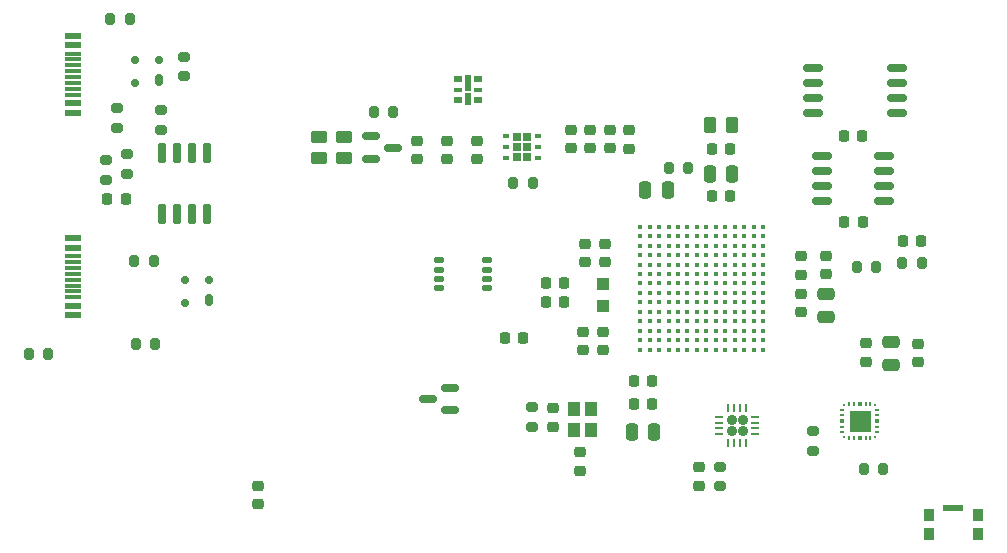
<source format=gbr>
%TF.GenerationSoftware,KiCad,Pcbnew,9.0.0*%
%TF.CreationDate,2025-04-18T01:08:42+10:00*%
%TF.ProjectId,Teensy_4.1_attempt_1,5465656e-7379-45f3-942e-315f61747465,rev?*%
%TF.SameCoordinates,Original*%
%TF.FileFunction,Paste,Top*%
%TF.FilePolarity,Positive*%
%FSLAX46Y46*%
G04 Gerber Fmt 4.6, Leading zero omitted, Abs format (unit mm)*
G04 Created by KiCad (PCBNEW 9.0.0) date 2025-04-18 01:08:42*
%MOMM*%
%LPD*%
G01*
G04 APERTURE LIST*
G04 Aperture macros list*
%AMRoundRect*
0 Rectangle with rounded corners*
0 $1 Rounding radius*
0 $2 $3 $4 $5 $6 $7 $8 $9 X,Y pos of 4 corners*
0 Add a 4 corners polygon primitive as box body*
4,1,4,$2,$3,$4,$5,$6,$7,$8,$9,$2,$3,0*
0 Add four circle primitives for the rounded corners*
1,1,$1+$1,$2,$3*
1,1,$1+$1,$4,$5*
1,1,$1+$1,$6,$7*
1,1,$1+$1,$8,$9*
0 Add four rect primitives between the rounded corners*
20,1,$1+$1,$2,$3,$4,$5,0*
20,1,$1+$1,$4,$5,$6,$7,0*
20,1,$1+$1,$6,$7,$8,$9,0*
20,1,$1+$1,$8,$9,$2,$3,0*%
G04 Aperture macros list end*
%ADD10C,0.010000*%
%ADD11RoundRect,0.225000X0.250000X-0.225000X0.250000X0.225000X-0.250000X0.225000X-0.250000X-0.225000X0*%
%ADD12RoundRect,0.225000X0.225000X0.250000X-0.225000X0.250000X-0.225000X-0.250000X0.225000X-0.250000X0*%
%ADD13RoundRect,0.200000X-0.275000X0.200000X-0.275000X-0.200000X0.275000X-0.200000X0.275000X0.200000X0*%
%ADD14RoundRect,0.250000X-0.250000X-0.475000X0.250000X-0.475000X0.250000X0.475000X-0.250000X0.475000X0*%
%ADD15RoundRect,0.200000X0.200000X0.275000X-0.200000X0.275000X-0.200000X-0.275000X0.200000X-0.275000X0*%
%ADD16RoundRect,0.250000X0.262500X0.450000X-0.262500X0.450000X-0.262500X-0.450000X0.262500X-0.450000X0*%
%ADD17RoundRect,0.200000X0.275000X-0.200000X0.275000X0.200000X-0.275000X0.200000X-0.275000X-0.200000X0*%
%ADD18RoundRect,0.225000X-0.250000X0.225000X-0.250000X-0.225000X0.250000X-0.225000X0.250000X0.225000X0*%
%ADD19R,1.000000X1.150000*%
%ADD20RoundRect,0.150000X-0.675000X-0.150000X0.675000X-0.150000X0.675000X0.150000X-0.675000X0.150000X0*%
%ADD21RoundRect,0.162500X-0.650000X-0.162500X0.650000X-0.162500X0.650000X0.162500X-0.650000X0.162500X0*%
%ADD22RoundRect,0.192500X0.192500X-0.192500X0.192500X0.192500X-0.192500X0.192500X-0.192500X-0.192500X0*%
%ADD23RoundRect,0.062500X0.062500X-0.275000X0.062500X0.275000X-0.062500X0.275000X-0.062500X-0.275000X0*%
%ADD24RoundRect,0.062500X0.275000X-0.062500X0.275000X0.062500X-0.275000X0.062500X-0.275000X-0.062500X0*%
%ADD25RoundRect,0.250000X0.250000X0.475000X-0.250000X0.475000X-0.250000X-0.475000X0.250000X-0.475000X0*%
%ADD26RoundRect,0.250000X-0.450000X0.262500X-0.450000X-0.262500X0.450000X-0.262500X0.450000X0.262500X0*%
%ADD27R,1.450000X0.600000*%
%ADD28R,1.450000X0.300000*%
%ADD29RoundRect,0.200000X-0.200000X-0.275000X0.200000X-0.275000X0.200000X0.275000X-0.200000X0.275000X0*%
%ADD30RoundRect,0.218750X0.256250X-0.218750X0.256250X0.218750X-0.256250X0.218750X-0.256250X-0.218750X0*%
%ADD31R,0.660000X0.730000*%
%ADD32R,0.630000X0.450000*%
%ADD33R,0.800000X0.500000*%
%ADD34R,0.500000X1.000000*%
%ADD35R,0.800000X0.300000*%
%ADD36R,0.500000X1.480000*%
%ADD37RoundRect,0.020000X0.380000X0.180000X-0.380000X0.180000X-0.380000X-0.180000X0.380000X-0.180000X0*%
%ADD38RoundRect,0.150000X-0.150000X0.725000X-0.150000X-0.725000X0.150000X-0.725000X0.150000X0.725000X0*%
%ADD39RoundRect,0.175000X0.175000X0.325000X-0.175000X0.325000X-0.175000X-0.325000X0.175000X-0.325000X0*%
%ADD40RoundRect,0.150000X0.200000X0.150000X-0.200000X0.150000X-0.200000X-0.150000X0.200000X-0.150000X0*%
%ADD41RoundRect,0.250000X0.450000X-0.262500X0.450000X0.262500X-0.450000X0.262500X-0.450000X-0.262500X0*%
%ADD42C,0.390000*%
%ADD43RoundRect,0.250000X-0.475000X0.250000X-0.475000X-0.250000X0.475000X-0.250000X0.475000X0.250000X0*%
%ADD44RoundRect,0.218750X-0.218750X-0.256250X0.218750X-0.256250X0.218750X0.256250X-0.218750X0.256250X0*%
%ADD45RoundRect,0.225000X-0.225000X-0.250000X0.225000X-0.250000X0.225000X0.250000X-0.225000X0.250000X0*%
%ADD46R,0.900000X1.000000*%
%ADD47R,1.700000X0.550000*%
%ADD48RoundRect,0.150000X0.587500X0.150000X-0.587500X0.150000X-0.587500X-0.150000X0.587500X-0.150000X0*%
%ADD49R,1.100000X1.050000*%
%ADD50RoundRect,0.218750X0.218750X0.256250X-0.218750X0.256250X-0.218750X-0.256250X0.218750X-0.256250X0*%
%ADD51R,0.450000X0.200000*%
%ADD52R,0.450000X0.400000*%
%ADD53R,0.250000X0.250000*%
%ADD54R,0.200000X0.450000*%
%ADD55R,0.400000X0.450000*%
%ADD56RoundRect,0.250000X0.475000X-0.250000X0.475000X0.250000X-0.475000X0.250000X-0.475000X-0.250000X0*%
%ADD57RoundRect,0.150000X-0.587500X-0.150000X0.587500X-0.150000X0.587500X0.150000X-0.587500X0.150000X0*%
G04 APERTURE END LIST*
D10*
%TO.C,U5*%
X170560000Y-88390000D02*
X168850000Y-88390000D01*
X168850000Y-86680000D01*
X170560000Y-86680000D01*
X170560000Y-88390000D01*
G36*
X170560000Y-88390000D02*
G01*
X168850000Y-88390000D01*
X168850000Y-86680000D01*
X170560000Y-86680000D01*
X170560000Y-88390000D01*
G37*
%TD*%
D11*
%TO.C,C15*%
X166860000Y-75120000D03*
X166860000Y-73570000D03*
%TD*%
D12*
%TO.C,C32*%
X169955000Y-70650000D03*
X168405000Y-70650000D03*
%TD*%
D13*
%TO.C,R17*%
X165710000Y-88400000D03*
X165710000Y-90050000D03*
%TD*%
D14*
%TO.C,L1*%
X151530000Y-68010000D03*
X153430000Y-68010000D03*
%TD*%
D15*
%TO.C,R5*%
X107885000Y-53480000D03*
X106235000Y-53480000D03*
%TD*%
D16*
%TO.C,FB2*%
X158882500Y-62510000D03*
X157057500Y-62510000D03*
%TD*%
D11*
%TO.C,C24*%
X146440000Y-74080000D03*
X146440000Y-72530000D03*
%TD*%
%TO.C,C9*%
X143745000Y-88015000D03*
X143745000Y-86465000D03*
%TD*%
D17*
%TO.C,R7*%
X105930000Y-67110000D03*
X105930000Y-65460000D03*
%TD*%
D18*
%TO.C,C1*%
X132260000Y-63825000D03*
X132260000Y-65375000D03*
%TD*%
D19*
%TO.C,Y1*%
X145545000Y-86545000D03*
X145545000Y-88295000D03*
X146945000Y-88295000D03*
X146945000Y-86545000D03*
%TD*%
D17*
%TO.C,R2*%
X106800000Y-62715000D03*
X106800000Y-61065000D03*
%TD*%
D20*
%TO.C,U7*%
X166525000Y-65145000D03*
X166525000Y-66415000D03*
X166525000Y-67685000D03*
X166525000Y-68955000D03*
X171775000Y-68955000D03*
X171775000Y-67685000D03*
X171775000Y-66415000D03*
X171775000Y-65145000D03*
%TD*%
D18*
%TO.C,C5*%
X146880000Y-62905000D03*
X146880000Y-64455000D03*
%TD*%
D21*
%TO.C,U8*%
X165712500Y-57635000D03*
X165712500Y-58905000D03*
X165712500Y-60175000D03*
X165712500Y-61445000D03*
X172887500Y-61445000D03*
X172887500Y-60175000D03*
X172887500Y-58905000D03*
X172887500Y-57635000D03*
%TD*%
D22*
%TO.C,U3*%
X158852500Y-88395000D03*
X159802500Y-88395000D03*
X158852500Y-87445000D03*
X159802500Y-87445000D03*
D23*
X158577500Y-89432500D03*
X159077500Y-89432500D03*
X159577500Y-89432500D03*
X160077500Y-89432500D03*
D24*
X160840000Y-88670000D03*
X160840000Y-88170000D03*
X160840000Y-87670000D03*
X160840000Y-87170000D03*
D23*
X160077500Y-86407500D03*
X159577500Y-86407500D03*
X159077500Y-86407500D03*
X158577500Y-86407500D03*
D24*
X157815000Y-87170000D03*
X157815000Y-87670000D03*
X157815000Y-88170000D03*
X157815000Y-88670000D03*
%TD*%
D25*
%TO.C,C18*%
X152295000Y-88430000D03*
X150395000Y-88430000D03*
%TD*%
D12*
%TO.C,C22*%
X158715000Y-64510000D03*
X157165000Y-64510000D03*
%TD*%
D26*
%TO.C,FB1*%
X126023750Y-63480000D03*
X126023750Y-65305000D03*
%TD*%
D27*
%TO.C,USB_DFP1*%
X103095000Y-72070000D03*
X103095000Y-72870000D03*
D28*
X103095000Y-74070000D03*
X103095000Y-75070000D03*
X103095000Y-75570000D03*
X103095000Y-76570000D03*
D27*
X103095000Y-77770000D03*
X103095000Y-78570000D03*
X103095000Y-78570000D03*
X103095000Y-77770000D03*
D28*
X103095000Y-77070000D03*
X103095000Y-76070000D03*
X103095000Y-74570000D03*
X103095000Y-73570000D03*
D27*
X103095000Y-72870000D03*
X103095000Y-72070000D03*
%TD*%
D11*
%TO.C,C27*%
X170210000Y-82520000D03*
X170210000Y-80970000D03*
%TD*%
D29*
%TO.C,R15*%
X173295000Y-74190000D03*
X174945000Y-74190000D03*
%TD*%
D30*
%TO.C,D4*%
X156080000Y-93030000D03*
X156080000Y-91455000D03*
%TD*%
D31*
%TO.C,NCP692*%
X140680000Y-63465000D03*
X140680000Y-64331000D03*
X140680000Y-65197000D03*
X141530000Y-63465000D03*
X141530000Y-64331000D03*
X141530000Y-65197000D03*
D32*
X139765000Y-63381000D03*
X139765000Y-64331000D03*
X139765000Y-65281000D03*
X142445000Y-65281000D03*
X142445000Y-64331000D03*
X142445000Y-63381000D03*
%TD*%
D12*
%TO.C,C31*%
X169925000Y-63420000D03*
X168375000Y-63420000D03*
%TD*%
D18*
%TO.C,C7*%
X150200000Y-62925000D03*
X150200000Y-64475000D03*
%TD*%
D15*
%TO.C,R9*%
X100995000Y-81880000D03*
X99345000Y-81880000D03*
%TD*%
D11*
%TO.C,C16*%
X164740000Y-75160000D03*
X164740000Y-73610000D03*
%TD*%
D33*
%TO.C,U2*%
X137350000Y-60375000D03*
D34*
X136500000Y-60305000D03*
D35*
X137350000Y-59475000D03*
D33*
X137350000Y-58575000D03*
X135650000Y-58575000D03*
D35*
X135650000Y-59475000D03*
D36*
X136500000Y-58885000D03*
D33*
X135650000Y-60375000D03*
%TD*%
D11*
%TO.C,C8*%
X146060000Y-91745000D03*
X146060000Y-90195000D03*
%TD*%
D18*
%TO.C,C3*%
X137280000Y-63825000D03*
X137280000Y-65375000D03*
%TD*%
D17*
%TO.C,R1*%
X112480000Y-58365000D03*
X112480000Y-56715000D03*
%TD*%
D15*
%TO.C,R3*%
X130205000Y-61375000D03*
X128555000Y-61375000D03*
%TD*%
D12*
%TO.C,C17*%
X152130000Y-84160000D03*
X150580000Y-84160000D03*
%TD*%
D37*
%TO.C,U6*%
X134120000Y-73920000D03*
X134120000Y-74720000D03*
X134120000Y-75520000D03*
X134120000Y-76320000D03*
X138120000Y-76320000D03*
X138120000Y-75520000D03*
X138120000Y-74720000D03*
X138120000Y-73920000D03*
%TD*%
D15*
%TO.C,R18*%
X171715000Y-91630000D03*
X170065000Y-91630000D03*
%TD*%
D17*
%TO.C,R8*%
X107670000Y-66610000D03*
X107670000Y-64960000D03*
%TD*%
D38*
%TO.C,U4*%
X114465000Y-64865000D03*
X113195000Y-64865000D03*
X111925000Y-64865000D03*
X110655000Y-64865000D03*
X110655000Y-70015000D03*
X111925000Y-70015000D03*
X113195000Y-70015000D03*
X114465000Y-70015000D03*
%TD*%
D39*
%TO.C,Di3*%
X114590000Y-77312500D03*
D40*
X114590000Y-75612500D03*
X112590000Y-75612500D03*
X112590000Y-77512500D03*
%TD*%
D41*
%TO.C,F1*%
X123883750Y-65292500D03*
X123883750Y-63467500D03*
%TD*%
D42*
%TO.C,U1*%
X161520000Y-71090000D03*
X161520000Y-71890000D03*
X161520000Y-72690000D03*
X161520000Y-73490000D03*
X161520000Y-74290000D03*
X161520000Y-75090000D03*
X161520000Y-75890000D03*
X161520000Y-76690000D03*
X161520000Y-77490000D03*
X161520000Y-78290000D03*
X161520000Y-79090000D03*
X161520000Y-79890000D03*
X161520000Y-80690000D03*
X161520000Y-81490000D03*
X160720000Y-71090000D03*
X160720000Y-71890000D03*
X160720000Y-72690000D03*
X160720000Y-73490000D03*
X160720000Y-74290000D03*
X160720000Y-75090000D03*
X160720000Y-75890000D03*
X160720000Y-76690000D03*
X160720000Y-77490000D03*
X160720000Y-78290000D03*
X160720000Y-79090000D03*
X160720000Y-79890000D03*
X160720000Y-80690000D03*
X160720000Y-81490000D03*
X159920000Y-71090000D03*
X159920000Y-71890000D03*
X159920000Y-72690000D03*
X159920000Y-73490000D03*
X159920000Y-74290000D03*
X159920000Y-75090000D03*
X159920000Y-75890000D03*
X159920000Y-76690000D03*
X159920000Y-77490000D03*
X159920000Y-78290000D03*
X159920000Y-79090000D03*
X159920000Y-79890000D03*
X159920000Y-80690000D03*
X159920000Y-81490000D03*
X159120000Y-71090000D03*
X159120000Y-71890000D03*
X159120000Y-72690000D03*
X159120000Y-73490000D03*
X159120000Y-74290000D03*
X159120000Y-75090000D03*
X159120000Y-75890000D03*
X159120000Y-76690000D03*
X159120000Y-77490000D03*
X159120000Y-78290000D03*
X159120000Y-79090000D03*
X159120000Y-79890000D03*
X159120000Y-80690000D03*
X159120000Y-81490000D03*
X158320000Y-71090000D03*
X158320000Y-71890000D03*
X158320000Y-72690000D03*
X158320000Y-73490000D03*
X158320000Y-74290000D03*
X158320000Y-75090000D03*
X158320000Y-75890000D03*
X158320000Y-76690000D03*
X158320000Y-77490000D03*
X158320000Y-78290000D03*
X158320000Y-79090000D03*
X158320000Y-79890000D03*
X158320000Y-80690000D03*
X158320000Y-81490000D03*
X157520000Y-71090000D03*
X157520000Y-71890000D03*
X157520000Y-72690000D03*
X157520000Y-73490000D03*
X157520000Y-74290000D03*
X157520000Y-75090000D03*
X157520000Y-75890000D03*
X157520000Y-76690000D03*
X157520000Y-77490000D03*
X157520000Y-78290000D03*
X157520000Y-79090000D03*
X157520000Y-79890000D03*
X157520000Y-80690000D03*
X157520000Y-81490000D03*
X156720000Y-71090000D03*
X156720000Y-71890000D03*
X156720000Y-72690000D03*
X156720000Y-73490000D03*
X156720000Y-74290000D03*
X156720000Y-75090000D03*
X156720000Y-75890000D03*
X156720000Y-76690000D03*
X156720000Y-77490000D03*
X156720000Y-78290000D03*
X156720000Y-79090000D03*
X156720000Y-79890000D03*
X156720000Y-80690000D03*
X156720000Y-81490000D03*
X155920000Y-71090000D03*
X155920000Y-71890000D03*
X155920000Y-72690000D03*
X155920000Y-73490000D03*
X155920000Y-74290000D03*
X155920000Y-75090000D03*
X155920000Y-75890000D03*
X155920000Y-76690000D03*
X155920000Y-77490000D03*
X155920000Y-78290000D03*
X155920000Y-79090000D03*
X155920000Y-79890000D03*
X155920000Y-80690000D03*
X155920000Y-81490000D03*
X155120000Y-71090000D03*
X155120000Y-71890000D03*
X155120000Y-72690000D03*
X155120000Y-73490000D03*
X155120000Y-74290000D03*
X155120000Y-75090000D03*
X155120000Y-75890000D03*
X155120000Y-76690000D03*
X155120000Y-77490000D03*
X155120000Y-78290000D03*
X155120000Y-79090000D03*
X155120000Y-79890000D03*
X155120000Y-80690000D03*
X155120000Y-81490000D03*
X154320000Y-71090000D03*
X154320000Y-71890000D03*
X154320000Y-72690000D03*
X154320000Y-73490000D03*
X154320000Y-74290000D03*
X154320000Y-75090000D03*
X154320000Y-75890000D03*
X154320000Y-76690000D03*
X154320000Y-77490000D03*
X154320000Y-78290000D03*
X154320000Y-79090000D03*
X154320000Y-79890000D03*
X154320000Y-80690000D03*
X154320000Y-81490000D03*
X153520000Y-71090000D03*
X153520000Y-71890000D03*
X153520000Y-72690000D03*
X153520000Y-73490000D03*
X153520000Y-74290000D03*
X153520000Y-75090000D03*
X153520000Y-75890000D03*
X153520000Y-76690000D03*
X153520000Y-77490000D03*
X153520000Y-78290000D03*
X153520000Y-79090000D03*
X153520000Y-79890000D03*
X153520000Y-80690000D03*
X153520000Y-81490000D03*
X152720000Y-71090000D03*
X152720000Y-71890000D03*
X152720000Y-72690000D03*
X152720000Y-73490000D03*
X152720000Y-74290000D03*
X152720000Y-75090000D03*
X152720000Y-75890000D03*
X152720000Y-76690000D03*
X152720000Y-77490000D03*
X152720000Y-78290000D03*
X152720000Y-79090000D03*
X152720000Y-79890000D03*
X152720000Y-80690000D03*
X152720000Y-81490000D03*
X151920000Y-71090000D03*
X151920000Y-71890000D03*
X151920000Y-72690000D03*
X151920000Y-73490000D03*
X151920000Y-74290000D03*
X151920000Y-75090000D03*
X151920000Y-75890000D03*
X151920000Y-76690000D03*
X151920000Y-77490000D03*
X151920000Y-78290000D03*
X151920000Y-79090000D03*
X151920000Y-79890000D03*
X151920000Y-80690000D03*
X151920000Y-81490000D03*
X151120000Y-71090000D03*
X151120000Y-71890000D03*
X151120000Y-72690000D03*
X151120000Y-73490000D03*
X151120000Y-74290000D03*
X151120000Y-75090000D03*
X151120000Y-75890000D03*
X151120000Y-76690000D03*
X151120000Y-77490000D03*
X151120000Y-78290000D03*
X151120000Y-79090000D03*
X151120000Y-79890000D03*
X151120000Y-80690000D03*
X151120000Y-81490000D03*
%TD*%
D13*
%TO.C,R11*%
X110520000Y-61225000D03*
X110520000Y-62875000D03*
%TD*%
D43*
%TO.C,C14*%
X166810000Y-76805000D03*
X166810000Y-78705000D03*
%TD*%
D44*
%TO.C,D3*%
X173352500Y-72300000D03*
X174927500Y-72300000D03*
%TD*%
D18*
%TO.C,C13*%
X164710000Y-76760000D03*
X164710000Y-78310000D03*
%TD*%
%TO.C,C30*%
X118770000Y-93010000D03*
X118770000Y-94560000D03*
%TD*%
%TO.C,C4*%
X145240000Y-62910000D03*
X145240000Y-64460000D03*
%TD*%
D15*
%TO.C,R16*%
X171115000Y-74520000D03*
X169465000Y-74520000D03*
%TD*%
D45*
%TO.C,C11*%
X143125000Y-75850000D03*
X144675000Y-75850000D03*
%TD*%
D46*
%TO.C,PROG1*%
X175590000Y-95500000D03*
X179690000Y-95500000D03*
X175590000Y-97100000D03*
X179690000Y-97100000D03*
D47*
X177640000Y-94875000D03*
%TD*%
D11*
%TO.C,C29*%
X174630000Y-82570000D03*
X174630000Y-81020000D03*
%TD*%
D48*
%TO.C,D5*%
X135030000Y-86640000D03*
X135030000Y-84740000D03*
X133155000Y-85690000D03*
%TD*%
D18*
%TO.C,C2*%
X134770000Y-63825000D03*
X134770000Y-65375000D03*
%TD*%
D39*
%TO.C,D1*%
X110340000Y-58700000D03*
D40*
X110340000Y-57000000D03*
X108340000Y-57000000D03*
X108340000Y-58900000D03*
%TD*%
D18*
%TO.C,C26*%
X147960000Y-80010000D03*
X147960000Y-81560000D03*
%TD*%
D12*
%TO.C,C12*%
X152110000Y-86070000D03*
X150560000Y-86070000D03*
%TD*%
D18*
%TO.C,C6*%
X148600000Y-62910000D03*
X148600000Y-64460000D03*
%TD*%
D17*
%TO.C,R14*%
X141925000Y-88035000D03*
X141925000Y-86385000D03*
%TD*%
D49*
%TO.C,Y2*%
X147950000Y-75915000D03*
X147950000Y-77765000D03*
%TD*%
D15*
%TO.C,R13*%
X110055000Y-81002500D03*
X108405000Y-81002500D03*
%TD*%
D50*
%TO.C,D2*%
X107557500Y-68760000D03*
X105982500Y-68760000D03*
%TD*%
D18*
%TO.C,C25*%
X146290000Y-80010000D03*
X146290000Y-81560000D03*
%TD*%
D12*
%TO.C,C20*%
X158745000Y-68480000D03*
X157195000Y-68480000D03*
%TD*%
D27*
%TO.C,USB_UFP1*%
X103095000Y-54930000D03*
X103095000Y-55730000D03*
D28*
X103095000Y-56930000D03*
X103095000Y-57930000D03*
X103095000Y-58430000D03*
X103095000Y-59430000D03*
D27*
X103095000Y-60630000D03*
X103095000Y-61430000D03*
X103095000Y-61430000D03*
X103095000Y-60630000D03*
D28*
X103095000Y-59930000D03*
X103095000Y-58930000D03*
X103095000Y-57430000D03*
X103095000Y-56430000D03*
D27*
X103095000Y-55730000D03*
X103095000Y-54930000D03*
%TD*%
D15*
%TO.C,R12*%
X109930000Y-73990000D03*
X108280000Y-73990000D03*
%TD*%
D51*
%TO.C,U5*%
X168230000Y-86635000D03*
X168230000Y-87035000D03*
D52*
X168230000Y-87535000D03*
D51*
X168230000Y-88035000D03*
X168230000Y-88435000D03*
D53*
X168380000Y-88860000D03*
D54*
X168805000Y-89010000D03*
X169205000Y-89010000D03*
D55*
X169705000Y-89010000D03*
D54*
X170205000Y-89010000D03*
X170605000Y-89010000D03*
D53*
X171030000Y-88860000D03*
D51*
X171180000Y-88435000D03*
X171180000Y-88035000D03*
D52*
X171180000Y-87535000D03*
D51*
X171180000Y-87035000D03*
X171180000Y-86635000D03*
D53*
X171030000Y-86210000D03*
D54*
X170605000Y-86060000D03*
X170205000Y-86060000D03*
D55*
X169705000Y-86060000D03*
D54*
X169205000Y-86060000D03*
X168805000Y-86060000D03*
D53*
X168380000Y-86210000D03*
%TD*%
D29*
%TO.C,R4*%
X140375000Y-67375000D03*
X142025000Y-67375000D03*
%TD*%
D25*
%TO.C,C21*%
X158900000Y-66590000D03*
X157000000Y-66590000D03*
%TD*%
D29*
%TO.C,R6*%
X153545000Y-66140000D03*
X155195000Y-66140000D03*
%TD*%
D45*
%TO.C,C10*%
X143125000Y-77450000D03*
X144675000Y-77450000D03*
%TD*%
D56*
%TO.C,C28*%
X172380000Y-82770000D03*
X172380000Y-80870000D03*
%TD*%
D57*
%TO.C,Q1*%
X128315000Y-63450000D03*
X128315000Y-65350000D03*
X130190000Y-64400000D03*
%TD*%
D13*
%TO.C,R10*%
X157870000Y-91410000D03*
X157870000Y-93060000D03*
%TD*%
D11*
%TO.C,C23*%
X148110000Y-74080000D03*
X148110000Y-72530000D03*
%TD*%
D45*
%TO.C,C19*%
X139675000Y-80510000D03*
X141225000Y-80510000D03*
%TD*%
M02*

</source>
